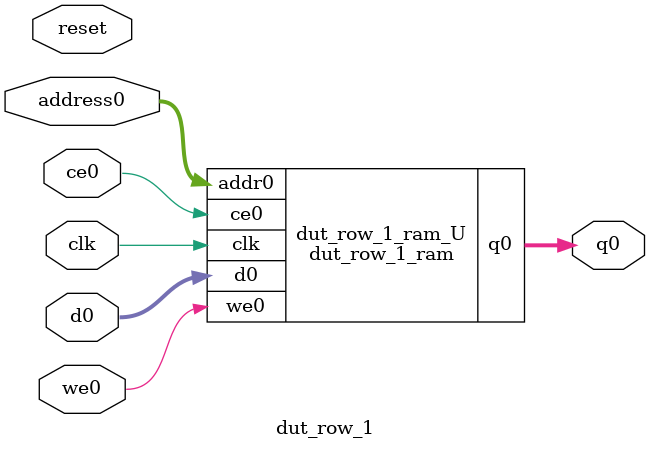
<source format=v>

`timescale 1 ns / 1 ps
module dut_row_1_ram (addr0, ce0, d0, we0, q0,  clk);

parameter DWIDTH = 7;
parameter AWIDTH = 14;
parameter MEM_SIZE = 10000;

input[AWIDTH-1:0] addr0;
input ce0;
input[DWIDTH-1:0] d0;
input we0;
output reg[DWIDTH-1:0] q0;
input clk;

(* ram_style = "block" *)reg [DWIDTH-1:0] ram[MEM_SIZE-1:0];




always @(posedge clk)  
begin 
    if (ce0) 
    begin
        if (we0) 
        begin 
            ram[addr0] <= d0; 
            q0 <= d0;
        end 
        else 
            q0 <= ram[addr0];
    end
end


endmodule


`timescale 1 ns / 1 ps
module dut_row_1(
    reset,
    clk,
    address0,
    ce0,
    we0,
    d0,
    q0);

parameter DataWidth = 32'd7;
parameter AddressRange = 32'd10000;
parameter AddressWidth = 32'd14;
input reset;
input clk;
input[AddressWidth - 1:0] address0;
input ce0;
input we0;
input[DataWidth - 1:0] d0;
output[DataWidth - 1:0] q0;



dut_row_1_ram dut_row_1_ram_U(
    .clk( clk ),
    .addr0( address0 ),
    .ce0( ce0 ),
    .d0( d0 ),
    .we0( we0 ),
    .q0( q0 ));

endmodule


</source>
